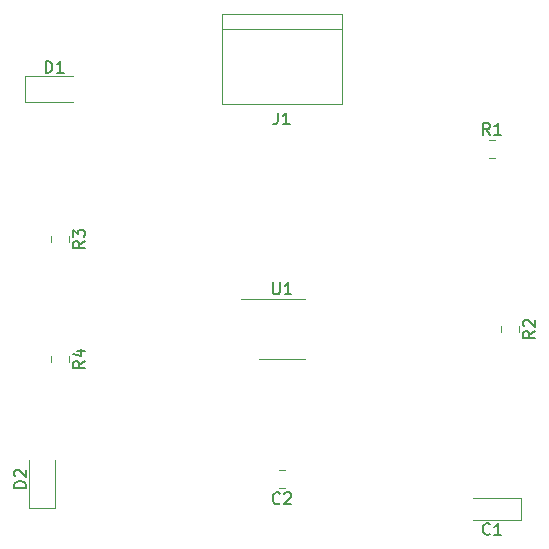
<source format=gbr>
%TF.GenerationSoftware,KiCad,Pcbnew,(6.0.10)*%
%TF.CreationDate,2023-02-17T09:15:59-08:00*%
%TF.ProjectId,excercise2,65786365-7263-4697-9365-322e6b696361,rev?*%
%TF.SameCoordinates,Original*%
%TF.FileFunction,Legend,Top*%
%TF.FilePolarity,Positive*%
%FSLAX46Y46*%
G04 Gerber Fmt 4.6, Leading zero omitted, Abs format (unit mm)*
G04 Created by KiCad (PCBNEW (6.0.10)) date 2023-02-17 09:15:59*
%MOMM*%
%LPD*%
G01*
G04 APERTURE LIST*
%ADD10C,0.150000*%
%ADD11C,0.120000*%
G04 APERTURE END LIST*
D10*
%TO.C,J1*%
X144446666Y-70572380D02*
X144446666Y-71286666D01*
X144399047Y-71429523D01*
X144303809Y-71524761D01*
X144160952Y-71572380D01*
X144065714Y-71572380D01*
X145446666Y-71572380D02*
X144875238Y-71572380D01*
X145160952Y-71572380D02*
X145160952Y-70572380D01*
X145065714Y-70715238D01*
X144970476Y-70810476D01*
X144875238Y-70858095D01*
%TO.C,R2*%
X166202380Y-89066666D02*
X165726190Y-89400000D01*
X166202380Y-89638095D02*
X165202380Y-89638095D01*
X165202380Y-89257142D01*
X165250000Y-89161904D01*
X165297619Y-89114285D01*
X165392857Y-89066666D01*
X165535714Y-89066666D01*
X165630952Y-89114285D01*
X165678571Y-89161904D01*
X165726190Y-89257142D01*
X165726190Y-89638095D01*
X165297619Y-88685714D02*
X165250000Y-88638095D01*
X165202380Y-88542857D01*
X165202380Y-88304761D01*
X165250000Y-88209523D01*
X165297619Y-88161904D01*
X165392857Y-88114285D01*
X165488095Y-88114285D01*
X165630952Y-88161904D01*
X166202380Y-88733333D01*
X166202380Y-88114285D01*
%TO.C,R3*%
X128102380Y-81446666D02*
X127626190Y-81780000D01*
X128102380Y-82018095D02*
X127102380Y-82018095D01*
X127102380Y-81637142D01*
X127150000Y-81541904D01*
X127197619Y-81494285D01*
X127292857Y-81446666D01*
X127435714Y-81446666D01*
X127530952Y-81494285D01*
X127578571Y-81541904D01*
X127626190Y-81637142D01*
X127626190Y-82018095D01*
X127102380Y-81113333D02*
X127102380Y-80494285D01*
X127483333Y-80827619D01*
X127483333Y-80684761D01*
X127530952Y-80589523D01*
X127578571Y-80541904D01*
X127673809Y-80494285D01*
X127911904Y-80494285D01*
X128007142Y-80541904D01*
X128054761Y-80589523D01*
X128102380Y-80684761D01*
X128102380Y-80970476D01*
X128054761Y-81065714D01*
X128007142Y-81113333D01*
%TO.C,R4*%
X128102380Y-91606666D02*
X127626190Y-91940000D01*
X128102380Y-92178095D02*
X127102380Y-92178095D01*
X127102380Y-91797142D01*
X127150000Y-91701904D01*
X127197619Y-91654285D01*
X127292857Y-91606666D01*
X127435714Y-91606666D01*
X127530952Y-91654285D01*
X127578571Y-91701904D01*
X127626190Y-91797142D01*
X127626190Y-92178095D01*
X127435714Y-90749523D02*
X128102380Y-90749523D01*
X127054761Y-90987619D02*
X127769047Y-91225714D01*
X127769047Y-90606666D01*
%TO.C,R1*%
X162393333Y-72462380D02*
X162060000Y-71986190D01*
X161821904Y-72462380D02*
X161821904Y-71462380D01*
X162202857Y-71462380D01*
X162298095Y-71510000D01*
X162345714Y-71557619D01*
X162393333Y-71652857D01*
X162393333Y-71795714D01*
X162345714Y-71890952D01*
X162298095Y-71938571D01*
X162202857Y-71986190D01*
X161821904Y-71986190D01*
X163345714Y-72462380D02*
X162774285Y-72462380D01*
X163060000Y-72462380D02*
X163060000Y-71462380D01*
X162964761Y-71605238D01*
X162869523Y-71700476D01*
X162774285Y-71748095D01*
%TO.C,D2*%
X123092380Y-102338095D02*
X122092380Y-102338095D01*
X122092380Y-102100000D01*
X122140000Y-101957142D01*
X122235238Y-101861904D01*
X122330476Y-101814285D01*
X122520952Y-101766666D01*
X122663809Y-101766666D01*
X122854285Y-101814285D01*
X122949523Y-101861904D01*
X123044761Y-101957142D01*
X123092380Y-102100000D01*
X123092380Y-102338095D01*
X122187619Y-101385714D02*
X122140000Y-101338095D01*
X122092380Y-101242857D01*
X122092380Y-101004761D01*
X122140000Y-100909523D01*
X122187619Y-100861904D01*
X122282857Y-100814285D01*
X122378095Y-100814285D01*
X122520952Y-100861904D01*
X123092380Y-101433333D01*
X123092380Y-100814285D01*
%TO.C,C1*%
X162393333Y-106247142D02*
X162345714Y-106294761D01*
X162202857Y-106342380D01*
X162107619Y-106342380D01*
X161964761Y-106294761D01*
X161869523Y-106199523D01*
X161821904Y-106104285D01*
X161774285Y-105913809D01*
X161774285Y-105770952D01*
X161821904Y-105580476D01*
X161869523Y-105485238D01*
X161964761Y-105390000D01*
X162107619Y-105342380D01*
X162202857Y-105342380D01*
X162345714Y-105390000D01*
X162393333Y-105437619D01*
X163345714Y-106342380D02*
X162774285Y-106342380D01*
X163060000Y-106342380D02*
X163060000Y-105342380D01*
X162964761Y-105485238D01*
X162869523Y-105580476D01*
X162774285Y-105628095D01*
%TO.C,C2*%
X144613333Y-103637142D02*
X144565714Y-103684761D01*
X144422857Y-103732380D01*
X144327619Y-103732380D01*
X144184761Y-103684761D01*
X144089523Y-103589523D01*
X144041904Y-103494285D01*
X143994285Y-103303809D01*
X143994285Y-103160952D01*
X144041904Y-102970476D01*
X144089523Y-102875238D01*
X144184761Y-102780000D01*
X144327619Y-102732380D01*
X144422857Y-102732380D01*
X144565714Y-102780000D01*
X144613333Y-102827619D01*
X144994285Y-102827619D02*
X145041904Y-102780000D01*
X145137142Y-102732380D01*
X145375238Y-102732380D01*
X145470476Y-102780000D01*
X145518095Y-102827619D01*
X145565714Y-102922857D01*
X145565714Y-103018095D01*
X145518095Y-103160952D01*
X144946666Y-103732380D01*
X145565714Y-103732380D01*
%TO.C,U1*%
X144018095Y-84952380D02*
X144018095Y-85761904D01*
X144065714Y-85857142D01*
X144113333Y-85904761D01*
X144208571Y-85952380D01*
X144399047Y-85952380D01*
X144494285Y-85904761D01*
X144541904Y-85857142D01*
X144589523Y-85761904D01*
X144589523Y-84952380D01*
X145589523Y-85952380D02*
X145018095Y-85952380D01*
X145303809Y-85952380D02*
X145303809Y-84952380D01*
X145208571Y-85095238D01*
X145113333Y-85190476D01*
X145018095Y-85238095D01*
%TO.C,D1*%
X124774404Y-67212380D02*
X124774404Y-66212380D01*
X125012500Y-66212380D01*
X125155357Y-66260000D01*
X125250595Y-66355238D01*
X125298214Y-66450476D01*
X125345833Y-66640952D01*
X125345833Y-66783809D01*
X125298214Y-66974285D01*
X125250595Y-67069523D01*
X125155357Y-67164761D01*
X125012500Y-67212380D01*
X124774404Y-67212380D01*
X126298214Y-67212380D02*
X125726785Y-67212380D01*
X126012500Y-67212380D02*
X126012500Y-66212380D01*
X125917261Y-66355238D01*
X125822023Y-66450476D01*
X125726785Y-66498095D01*
D11*
%TO.C,J1*%
X149860000Y-62230000D02*
X139700000Y-62230000D01*
X139700000Y-62230000D02*
X139700000Y-69850000D01*
X149860000Y-69850000D02*
X149860000Y-62230000D01*
X139700000Y-63500000D02*
X149860000Y-63500000D01*
X139700000Y-69850000D02*
X149860000Y-69850000D01*
%TO.C,R2*%
X163365000Y-88672936D02*
X163365000Y-89127064D01*
X164835000Y-88672936D02*
X164835000Y-89127064D01*
%TO.C,R3*%
X126735000Y-81052936D02*
X126735000Y-81507064D01*
X125265000Y-81052936D02*
X125265000Y-81507064D01*
%TO.C,R4*%
X125265000Y-91212936D02*
X125265000Y-91667064D01*
X126735000Y-91212936D02*
X126735000Y-91667064D01*
%TO.C,R1*%
X162332936Y-72925000D02*
X162787064Y-72925000D01*
X162332936Y-74395000D02*
X162787064Y-74395000D01*
%TO.C,D2*%
X125595000Y-104060000D02*
X125595000Y-100000000D01*
X123325000Y-104060000D02*
X125595000Y-104060000D01*
X123325000Y-100000000D02*
X123325000Y-104060000D01*
%TO.C,C1*%
X165045000Y-103205000D02*
X160960000Y-103205000D01*
X165045000Y-105075000D02*
X165045000Y-103205000D01*
X160960000Y-105075000D02*
X165045000Y-105075000D01*
%TO.C,C2*%
X145041252Y-102335000D02*
X144518748Y-102335000D01*
X145041252Y-100865000D02*
X144518748Y-100865000D01*
%TO.C,U1*%
X144780000Y-91460000D02*
X142830000Y-91460000D01*
X144780000Y-91460000D02*
X146730000Y-91460000D01*
X144780000Y-86340000D02*
X146730000Y-86340000D01*
X144780000Y-86340000D02*
X141330000Y-86340000D01*
%TO.C,D1*%
X127112500Y-67445000D02*
X123052500Y-67445000D01*
X123052500Y-69715000D02*
X127112500Y-69715000D01*
X123052500Y-67445000D02*
X123052500Y-69715000D01*
%TD*%
M02*

</source>
